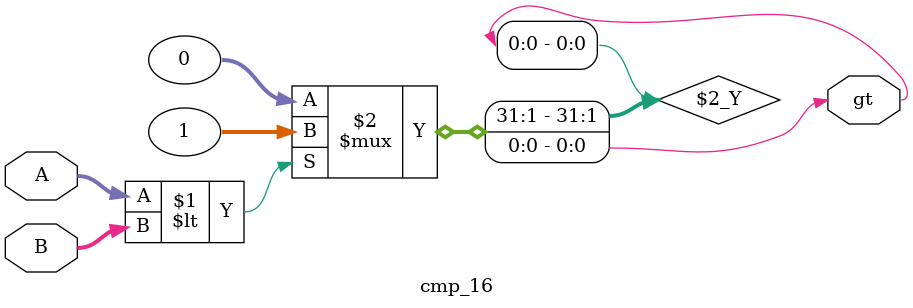
<source format=v>
module cmp_16(
  input [15:0] A,
  input [15:0] B,
  output gt
);
  
  assign gt = (A < B) ? 1 : 0;

endmodule
</source>
